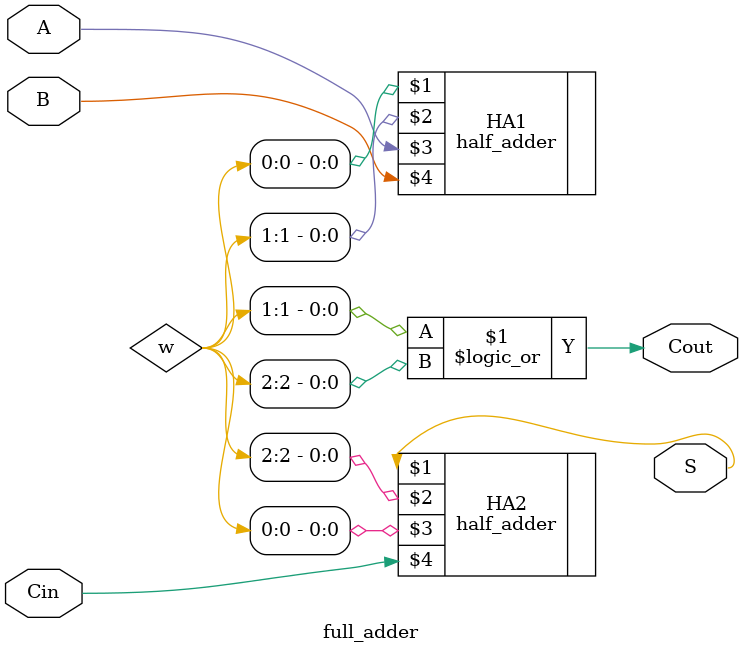
<source format=v>
module full_adder(output S, Cout, input A, B, Cin);

wire [2:0]w;

half_adder HA1(w[0], w[1], A, B),
           HA2(S, w[2], w[0], Cin);

assign Cout = w[1]||w[2];

endmodule

</source>
